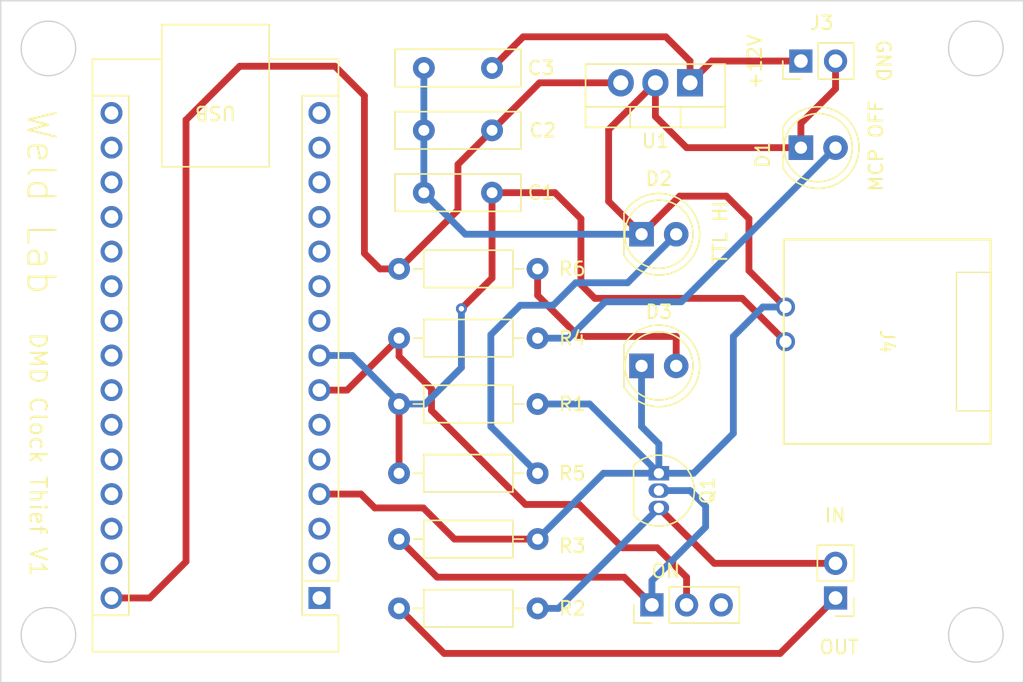
<source format=kicad_pcb>
(kicad_pcb (version 20221018) (generator pcbnew)
  (layers (0 "F.Cu" signal) (31 "B.Cu" signal) (34 "B.Paste" user) (35 "F.Paste" user) (36 "B.SilkS" user "B.Silkscreen") (37 "F.SilkS" user "F.Silkscreen") (38 "B.Mask" user) (39 "F.Mask" user) (44 "Edge.Cuts" user))
  (net 0 "")
  (net 4 "Earth")
  (net 7 "Net-(A1-D4)")
  (net 29 "Net-(A1-VIN)")
  (net 30 "Net-(Q1-G)")
  (net 31 "+12V")
  (net 32 "Net-(D1-A)")
  (net 33 "Net-(D2-A)")
  (net 34 "Net-(J2-Pin_1)")
  (net 35 "Net-(J2-Pin_2)")
  (net 37 "Net-(A1-D5)")
  (net 38 "Net-(D3-A)")
  (footprint "Capacitor_THT:C_Disc_D9.0mm_W2.5mm_P5.00mm" (layer "F.Cu") (at 122.214 58.42)
    (fp_text reference "C2" (at 8.716 0) (layer "F.SilkS"))
    (fp_text value ".1u")
    (fp_line (start -2.12 -1.37) (end -2.12 1.37) (stroke (width 0.12)) (layer "F.SilkS"))
    (fp_line (start -2.12 -1.37) (end 7.12 -1.37) (stroke (width 0.12)) (layer "F.SilkS"))
    (fp_line (start -2.12 1.37) (end 7.12 1.37) (stroke (width 0.12)) (layer "F.SilkS"))
    (fp_line (start 7.12 -1.37) (end 7.12 1.37) (stroke (width 0.12)) (layer "F.SilkS"))
    (pad "1" thru_hole circle (at 0 0) (size 1.6 1.6) (drill 0.8) (layers "*.Cu" "*.Mask") (net 4 "Earth"))
    (pad "2" thru_hole circle (at 5 0) (size 1.6 1.6) (drill 0.8) (layers "*.Cu" "*.Mask") (net 29 "Net-(A1-VIN)"))
  )
  (footprint "LED_THT:LED_D5.0mm" (layer "F.Cu") (at 138.176 75.692)
    (fp_text reference "D3" (at 1.27 -3.96) (layer "F.SilkS"))
    (fp_text value "POWER")
    (fp_line (start -1.29 -1.545) (end -1.29 1.545) (stroke (width 0.12)) (layer "F.SilkS"))
    (fp_arc (start -1.29 -1.54483) (mid 2.072002 -2.880433) (end 4.26 0.000462) (stroke (width 0.12)) (layer "F.SilkS"))
    (fp_arc (start 4.26 -0.000462) (mid 2.072002 2.880433) (end -1.29 1.54483) (stroke (width 0.12)) (layer "F.SilkS"))
    (fp_circle (center 1.27 0) (end 3.77 0) (stroke (width 0.12)) (fill none) (layer "F.SilkS"))
    (pad "1" thru_hole rect (at 0 0) (size 1.8 1.8) (drill 0.9) (layers "*.Cu" "*.Mask") (net 4 "Earth"))
    (pad "2" thru_hole circle (at 2.54 0) (size 1.8 1.8) (drill 0.9) (layers "*.Cu" "*.Mask") (net 38 "Net-(D3-A)"))
  )
  (footprint "LED_THT:LED_D5.0mm" (layer "F.Cu") (at 149.86 59.69)
    (fp_text reference "D1" (at -2.794 0.508 90) (layer "F.SilkS"))
    (fp_text value "LED" hide)
    (fp_line (start -1.29 -1.545) (end -1.29 1.545) (stroke (width 0.12)) (layer "F.SilkS"))
    (fp_arc (start -1.29 -1.54483) (mid 2.072002 -2.880433) (end 4.26 0.000462) (stroke (width 0.12)) (layer "F.SilkS"))
    (fp_arc (start 4.26 -0.000462) (mid 2.072002 2.880433) (end -1.29 1.54483) (stroke (width 0.12)) (layer "F.SilkS"))
    (fp_circle (center 1.27 0) (end 3.77 0) (stroke (width 0.12)) (fill none) (layer "F.SilkS"))
    (pad "1" thru_hole rect (at 0 0) (size 1.8 1.8) (drill 0.9) (layers "*.Cu" "*.Mask") (net 4 "Earth"))
    (pad "2" thru_hole circle (at 2.54 0) (size 1.8 1.8) (drill 0.9) (layers "*.Cu" "*.Mask") (net 32 "Net-(D1-A)"))
  )
  (footprint "Resistor_THT:R_Axial_DIN0207_L6.3mm_D2.5mm_P10.16mm_Horizontal" (layer "F.Cu") (at 120.396 73.66)
    (fp_text reference "R4" (at 12.7 0) (layer "F.SilkS"))
    (fp_text value "150")
    (fp_line (start 1.04 0) (end 1.81 0) (stroke (width 0.12)) (layer "F.SilkS"))
    (fp_line (start 1.81 -1.37) (end 1.81 1.37) (stroke (width 0.12)) (layer "F.SilkS"))
    (fp_line (start 1.81 1.37) (end 8.35 1.37) (stroke (width 0.12)) (layer "F.SilkS"))
    (fp_line (start 8.35 -1.37) (end 1.81 -1.37) (stroke (width 0.12)) (layer "F.SilkS"))
    (fp_line (start 8.35 1.37) (end 8.35 -1.37) (stroke (width 0.12)) (layer "F.SilkS"))
    (fp_line (start 9.12 0) (end 8.35 0) (stroke (width 0.12)) (layer "F.SilkS"))
    (pad "1" thru_hole circle (at 0 0) (size 1.6 1.6) (drill 0.8) (layers "*.Cu" "*.Mask") (net 7 "Net-(A1-D4)"))
    (pad "2" thru_hole oval (at 10.16 0) (size 1.6 1.6) (drill 0.8) (layers "*.Cu" "*.Mask") (net 32 "Net-(D1-A)"))
  )
  (footprint "Resistor_THT:R_Axial_DIN0207_L6.3mm_D2.5mm_P10.16mm_Horizontal" (layer "F.Cu") (at 120.396 88.392)
    (fp_text reference "R3" (at 12.7 0.508) (layer "F.SilkS"))
    (fp_text value "10k")
    (fp_line (start 1.04 0) (end 1.81 0) (stroke (width 0.12)) (layer "F.SilkS"))
    (fp_line (start 1.81 -1.37) (end 1.81 1.37) (stroke (width 0.12)) (layer "F.SilkS"))
    (fp_line (start 1.81 1.37) (end 8.35 1.37) (stroke (width 0.12)) (layer "F.SilkS"))
    (fp_line (start 8.35 -1.37) (end 1.81 -1.37) (stroke (width 0.12)) (layer "F.SilkS"))
    (fp_line (start 8.35 1.37) (end 8.35 -1.37) (stroke (width 0.12)) (layer "F.SilkS"))
    (fp_line (start 9.12 0) (end 8.35 0) (stroke (width 0.12)) (layer "F.SilkS"))
    (pad "1" thru_hole circle (at 0 0) (size 1.6 1.6) (drill 0.8) (layers "*.Cu" "*.Mask") (net 30 "Net-(Q1-G)"))
    (pad "2" thru_hole oval (at 10.16 0) (size 1.6 1.6) (drill 0.8) (layers "*.Cu" "*.Mask") (net 4 "Earth"))
  )
  (footprint "Connector_PinHeader_2.54mm:PinHeader_1x02_P2.54mm_Vertical" (layer "F.Cu") (at 149.86 53.34 90)
    (fp_text reference "J3" (at 2.794 1.524 180) (layer "F.SilkS"))
    (fp_text value "EVM J26" hide)
    (fp_line (start -1.33 -1.33) (end 0 -1.33) (stroke (width 0.12)) (layer "F.SilkS"))
    (fp_line (start -1.33 0) (end -1.33 -1.33) (stroke (width 0.12)) (layer "F.SilkS"))
    (fp_line (start -1.33 1.27) (end -1.33 3.87) (stroke (width 0.12)) (layer "F.SilkS"))
    (fp_line (start -1.33 1.27) (end 1.33 1.27) (stroke (width 0.12)) (layer "F.SilkS"))
    (fp_line (start -1.33 3.87) (end 1.33 3.87) (stroke (width 0.12)) (layer "F.SilkS"))
    (fp_line (start 1.33 1.27) (end 1.33 3.87) (stroke (width 0.12)) (layer "F.SilkS"))
    (pad "1" thru_hole rect (at 0 0 90) (size 1.7 1.7) (drill 1) (layers "*.Cu" "*.Mask") (net 31 "+12V"))
    (pad "2" thru_hole oval (at 0 2.54 90) (size 1.7 1.7) (drill 1) (layers "*.Cu" "*.Mask") (net 4 "Earth"))
  )
  (footprint "Resistor_THT:R_Axial_DIN0207_L6.3mm_D2.5mm_P10.16mm_Horizontal" (layer "F.Cu") (at 120.396 68.58)
    (fp_text reference "R6" (at 12.7 0) (layer "F.SilkS"))
    (fp_text value "150")
    (fp_line (start 1.04 0) (end 1.81 0) (stroke (width 0.12)) (layer "F.SilkS"))
    (fp_line (start 1.81 -1.37) (end 1.81 1.37) (stroke (width 0.12)) (layer "F.SilkS"))
    (fp_line (start 1.81 1.37) (end 8.35 1.37) (stroke (width 0.12)) (layer "F.SilkS"))
    (fp_line (start 8.35 -1.37) (end 1.81 -1.37) (stroke (width 0.12)) (layer "F.SilkS"))
    (fp_line (start 8.35 1.37) (end 8.35 -1.37) (stroke (width 0.12)) (layer "F.SilkS"))
    (fp_line (start 9.12 0) (end 8.35 0) (stroke (width 0.12)) (layer "F.SilkS"))
    (pad "1" thru_hole circle (at 0 0) (size 1.6 1.6) (drill 0.8) (layers "*.Cu" "*.Mask") (net 29 "Net-(A1-VIN)"))
    (pad "2" thru_hole oval (at 10.16 0) (size 1.6 1.6) (drill 0.8) (layers "*.Cu" "*.Mask") (net 38 "Net-(D3-A)"))
  )
  (footprint "UCSB_BNC:CONN_CONBN_LNX" (layer "F.Cu") (at 156.186 73.914 -90)
    (fp_text reference "J4" (at 0 0 -90 unlocked) (layer "F.SilkS"))
    (fp_text value "TTL IN")
    (fp_line (start -7.493 -7.5819) (end -7.493 7.5819) (stroke (width 0.1524)) (layer "F.SilkS"))
    (fp_line (start -7.493 7.5819) (end 7.493 7.5819) (stroke (width 0.1524)) (layer "F.SilkS"))
    (fp_line (start 7.493 -7.5819) (end -7.493 -7.5819) (stroke (width 0.1524)) (layer "F.SilkS"))
    (fp_line (start 7.493 7.5819) (end 7.493 -7.5819) (stroke (width 0.1524)) (layer "F.SilkS"))
    (fp_rect (start -5.08 -7.62) (end 5.08 -5.08) (stroke (width 0.1)) (fill none) (layer "F.SilkS"))
    (pad "" np_thru_hole circle (at -5.08 2.3749 270) (size 2.0066 2.0066) (drill 2.0066) (layers "*.Cu" "*.Mask"))
    (pad "" np_thru_hole circle (at 5.08 2.3749 270) (size 2.0066 2.0066) (drill 2.0066) (layers "*.Cu" "*.Mask"))
    (pad "1" thru_hole circle (at -2.54 7.4549 270) (size 1.397 1.397) (drill 0.889) (layers "*.Cu" "*.Mask") (net 4 "Earth"))
    (pad "2" thru_hole circle (at 0 7.4549 270) (size 1.397 1.397) (drill 0.889) (layers "*.Cu" "*.Mask") (net 37 "Net-(A1-D5)"))
  )
  (footprint "Capacitor_THT:C_Disc_D9.0mm_W2.5mm_P5.00mm" (layer "F.Cu") (at 122.214 53.848)
    (fp_text reference "C3" (at 8.596 0) (layer "F.SilkS"))
    (fp_text value ".22u")
    (fp_line (start -2.12 -1.37) (end -2.12 1.37) (stroke (width 0.12)) (layer "F.SilkS"))
    (fp_line (start -2.12 -1.37) (end 7.12 -1.37) (stroke (width 0.12)) (layer "F.SilkS"))
    (fp_line (start -2.12 1.37) (end 7.12 1.37) (stroke (width 0.12)) (layer "F.SilkS"))
    (fp_line (start 7.12 -1.37) (end 7.12 1.37) (stroke (width 0.12)) (layer "F.SilkS"))
    (pad "1" thru_hole circle (at 0 0) (size 1.6 1.6) (drill 0.8) (layers "*.Cu" "*.Mask") (net 4 "Earth"))
    (pad "2" thru_hole circle (at 5 0) (size 1.6 1.6) (drill 0.8) (layers "*.Cu" "*.Mask") (net 31 "+12V"))
  )
  (footprint "Package_TO_SOT_THT:TO-220-3_Vertical" (layer "F.Cu") (at 141.732 54.935 180)
    (fp_text reference "U1" (at 2.54 -4.27) (layer "F.SilkS"))
    (fp_text value "LM7805_TO220")
    (fp_line (start -2.58 -3.27) (end -2.58 1.371) (stroke (width 0.12)) (layer "F.SilkS"))
    (fp_line (start -2.58 -3.27) (end 7.66 -3.27) (stroke (width 0.12)) (layer "F.SilkS"))
    (fp_line (start -2.58 -1.76) (end 7.66 -1.76) (stroke (width 0.12)) (layer "F.SilkS"))
    (fp_line (start -2.58 1.371) (end 7.66 1.371) (stroke (width 0.12)) (layer "F.SilkS"))
    (fp_line (start 0.69 -3.27) (end 0.69 -1.76) (stroke (width 0.12)) (layer "F.SilkS"))
    (fp_line (start 4.391 -3.27) (end 4.391 -1.76) (stroke (width 0.12)) (layer "F.SilkS"))
    (fp_line (start 7.66 -3.27) (end 7.66 1.371) (stroke (width 0.12)) (layer "F.SilkS"))
    (pad "1" thru_hole rect (at 0 0 180) (size 1.905 2) (drill 1.1) (layers "*.Cu" "*.Mask") (net 31 "+12V"))
    (pad "2" thru_hole oval (at 2.54 0 180) (size 1.905 2) (drill 1.1) (layers "*.Cu" "*.Mask") (net 4 "Earth"))
    (pad "3" thru_hole oval (at 5.08 0 180) (size 1.905 2) (drill 1.1) (layers "*.Cu" "*.Mask") (net 29 "Net-(A1-VIN)"))
  )
  (footprint "LED_THT:LED_D5.0mm" (layer "F.Cu") (at 138.176 66.04)
    (fp_text reference "D2" (at 1.27 -4.064) (layer "F.SilkS"))
    (fp_text value "LED" hide)
    (fp_line (start -1.29 -1.545) (end -1.29 1.545) (stroke (width 0.12)) (layer "F.SilkS"))
    (fp_arc (start -1.29 -1.54483) (mid 2.072002 -2.880433) (end 4.26 0.000462) (stroke (width 0.12)) (layer "F.SilkS"))
    (fp_arc (start 4.26 -0.000462) (mid 2.072002 2.880433) (end -1.29 1.54483) (stroke (width 0.12)) (layer "F.SilkS"))
    (fp_circle (center 1.27 0) (end 3.77 0) (stroke (width 0.12)) (fill none) (layer "F.SilkS"))
    (pad "1" thru_hole rect (at 0 0) (size 1.8 1.8) (drill 0.9) (layers "*.Cu" "*.Mask") (net 4 "Earth"))
    (pad "2" thru_hole circle (at 2.54 0) (size 1.8 1.8) (drill 0.9) (layers "*.Cu" "*.Mask") (net 33 "Net-(D2-A)"))
  )
  (footprint "Package_TO_SOT_THT:TO-92_Inline" (layer "F.Cu") (at 139.446 83.566 -90)
    (fp_text reference "Q1" (at 1.27 -3.56 90) (layer "F.SilkS"))
    (fp_text value "2N7000")
    (fp_line (start -0.53 1.85) (end 3.07 1.85) (stroke (width 0.12)) (layer "F.SilkS"))
    (fp_arc (start -0.568478 1.838478) (mid -1.132087 -0.994977) (end 1.27 -2.6) (stroke (width 0.12)) (layer "F.SilkS"))
    (fp_arc (start 1.27 -2.6) (mid 3.672087 -0.994977) (end 3.108478 1.838478) (stroke (width 0.12)) (layer "F.SilkS"))
    (pad "1" thru_hole rect (at 0 0 270) (size 1.05 1.5) (drill 0.75) (layers "*.Cu" "*.Mask") (net 4 "Earth"))
    (pad "2" thru_hole oval (at 1.27 0 270) (size 1.05 1.5) (drill 0.75) (layers "*.Cu" "*.Mask") (net 30 "Net-(Q1-G)"))
    (pad "3" thru_hole oval (at 2.54 0 270) (size 1.05 1.5) (drill 0.75) (layers "*.Cu" "*.Mask") (net 35 "Net-(J2-Pin_2)"))
  )
  (footprint "Resistor_THT:R_Axial_DIN0207_L6.3mm_D2.5mm_P10.16mm_Horizontal" (layer "F.Cu") (at 130.556 78.486 180)
    (fp_text reference "R1" (at -2.54 0 180) (layer "F.SilkS"))
    (fp_text value "10k")
    (fp_line (start 1.04 0) (end 1.81 0) (stroke (width 0.12)) (layer "F.SilkS"))
    (fp_line (start 1.81 -1.37) (end 1.81 1.37) (stroke (width 0.12)) (layer "F.SilkS"))
    (fp_line (start 1.81 1.37) (end 8.35 1.37) (stroke (width 0.12)) (layer "F.SilkS"))
    (fp_line (start 8.35 -1.37) (end 1.81 -1.37) (stroke (width 0.12)) (layer "F.SilkS"))
    (fp_line (start 8.35 1.37) (end 8.35 -1.37) (stroke (width 0.12)) (layer "F.SilkS"))
    (fp_line (start 9.12 0) (end 8.35 0) (stroke (width 0.12)) (layer "F.SilkS"))
    (pad "1" thru_hole circle (at 0 0 180) (size 1.6 1.6) (drill 0.8) (layers "*.Cu" "*.Mask") (net 4 "Earth"))
    (pad "2" thru_hole oval (at 10.16 0 180) (size 1.6 1.6) (drill 0.8) (layers "*.Cu" "*.Mask") (net 37 "Net-(A1-D5)"))
  )
  (footprint "Connector_PinHeader_2.54mm:PinHeader_1x03_P2.54mm_Vertical" (layer "F.Cu") (at 138.938 93.218 90)
    (fp_text reference "SW1" hide)
    (fp_text value "SELECT")
    (fp_line (start -1.33 -1.33) (end 0 -1.33) (stroke (width 0.12)) (layer "F.SilkS"))
    (fp_line (start -1.33 0) (end -1.33 -1.33) (stroke (width 0.12)) (layer "F.SilkS"))
    (fp_line (start -1.33 1.27) (end -1.33 6.41) (stroke (width 0.12)) (layer "F.SilkS"))
    (fp_line (start -1.33 1.27) (end 1.33 1.27) (stroke (width 0.12)) (layer "F.SilkS"))
    (fp_line (start -1.33 6.41) (end 1.33 6.41) (stroke (width 0.12)) (layer "F.SilkS"))
    (fp_line (start 1.33 1.27) (end 1.33 6.41) (stroke (width 0.12)) (layer "F.SilkS"))
    (pad "1" thru_hole rect (at 0 0 90) (size 1.7 1.7) (drill 1) (layers "*.Cu" "*.Mask") (net 30 "Net-(Q1-G)"))
    (pad "2" thru_hole oval (at 0 2.54 90) (size 1.7 1.7) (drill 1) (layers "*.Cu" "*.Mask") (net 7 "Net-(A1-D4)"))
    (pad "3" thru_hole oval (at 0 5.08 90) (size 1.7 1.7) (drill 1) (layers "*.Cu" "*.Mask"))
  )
  (footprint "Connector_PinHeader_2.54mm:PinHeader_1x02_P2.54mm_Vertical" (layer "F.Cu") (at 152.4 92.71 180)
    (fp_text reference "J2" hide)
    (fp_text value "MCP IO")
    (fp_line (start -1.33 -1.33) (end 0 -1.33) (stroke (width 0.12)) (layer "F.SilkS"))
    (fp_line (start -1.33 0) (end -1.33 -1.33) (stroke (width 0.12)) (layer "F.SilkS"))
    (fp_line (start -1.33 1.27) (end -1.33 3.87) (stroke (width 0.12)) (layer "F.SilkS"))
    (fp_line (start -1.33 1.27) (end 1.33 1.27) (stroke (width 0.12)) (layer "F.SilkS"))
    (fp_line (start -1.33 3.87) (end 1.33 3.87) (stroke (width 0.12)) (layer "F.SilkS"))
    (fp_line (start 1.33 1.27) (end 1.33 3.87) (stroke (width 0.12)) (layer "F.SilkS"))
    (pad "1" thru_hole rect (at 0 0 180) (size 1.7 1.7) (drill 1) (layers "*.Cu" "*.Mask") (net 34 "Net-(J2-Pin_1)"))
    (pad "2" thru_hole oval (at 0 2.54 180) (size 1.7 1.7) (drill 1) (layers "*.Cu" "*.Mask") (net 35 "Net-(J2-Pin_2)"))
  )
  (footprint "Module:Arduino_Nano" (layer "F.Cu") (at 114.554 92.71 180)
    (fp_text reference "A1" hide)
    (fp_text value "Arduino_Nano_v3.x")
    (fp_text user "USB" (at 7.62 35.56 180 unlocked) (layer "F.SilkS"))
    (fp_line (start -1.4 -3.94) (end -1.4 -1.27) (stroke (width 0.12)) (layer "F.SilkS"))
    (fp_line (start -1.4 1.27) (end -1.4 39.5) (stroke (width 0.12)) (layer "F.SilkS"))
    (fp_line (start -1.4 39.5) (end 3.68 39.5) (stroke (width 0.12)) (layer "F.SilkS"))
    (fp_line (start 1.27 -1.27) (end -1.4 -1.27) (stroke (width 0.12)) (layer "F.SilkS"))
    (fp_line (start 1.27 1.27) (end -1.4 1.27) (stroke (width 0.12)) (layer "F.SilkS"))
    (fp_line (start 1.27 1.27) (end 1.27 -1.27) (stroke (width 0.12)) (layer "F.SilkS"))
    (fp_line (start 1.27 1.27) (end 1.27 36.83) (stroke (width 0.12)) (layer "F.SilkS"))
    (fp_line (start 1.27 36.83) (end -1.4 36.83) (stroke (width 0.12)) (layer "F.SilkS"))
    (fp_line (start 3.68 31.62) (end 11.56 31.62) (stroke (width 0.12)) (layer "F.SilkS"))
    (fp_line (start 3.68 42.04) (end 3.68 31.62) (stroke (width 0.12)) (layer "F.SilkS"))
    (fp_line (start 11.56 31.62) (end 11.56 42.04) (stroke (width 0.12)) (layer "F.SilkS"))
    (fp_line (start 11.56 42.04) (end 3.68 42.04) (stroke (width 0.12)) (layer "F.SilkS"))
    (fp_line (start 13.97 -1.27) (end 13.97 36.83) (stroke (width 0.12)) (layer "F.SilkS"))
    (fp_line (start 13.97 -1.27) (end 16.64 -1.27) (stroke (width 0.12)) (layer "F.SilkS"))
    (fp_line (start 13.97 36.83) (end 16.64 36.83) (stroke (width 0.12)) (layer "F.SilkS"))
    (fp_line (start 16.64 -3.94) (end -1.4 -3.94) (stroke (width 0.12)) (layer "F.SilkS"))
    (fp_line (start 16.64 39.5) (end 11.56 39.5) (stroke (width 0.12)) (layer "F.SilkS"))
    (fp_line (start 16.64 39.5) (end 16.64 -3.94) (stroke (width 0.12)) (layer "F.SilkS"))
    (pad "1" thru_hole rect (at 0 0 180) (size 1.6 1.6) (drill 1) (layers "*.Cu" "*.Mask"))
    (pad "2" thru_hole oval (at 0 2.54 180) (size 1.6 1.6) (drill 1) (layers "*.Cu" "*.Mask"))
    (pad "3" thru_hole oval (at 0 5.08 180) (size 1.6 1.6) (drill 1) (layers "*.Cu" "*.Mask"))
    (pad "4" thru_hole oval (at 0 7.62 180) (size 1.6 1.6) (drill 1) (layers "*.Cu" "*.Mask") (net 4 "Earth"))
    (pad "5" thru_hole oval (at 0 10.16 180) (size 1.6 1.6) (drill 1) (layers "*.Cu" "*.Mask"))
    (pad "6" thru_hole oval (at 0 12.7 180) (size 1.6 1.6) (drill 1) (layers "*.Cu" "*.Mask"))
    (pad "7" thru_hole oval (at 0 15.24 180) (size 1.6 1.6) (drill 1) (layers "*.Cu" "*.Mask") (net 7 "Net-(A1-D4)"))
    (pad "8" thru_hole oval (at 0 17.78 180) (size 1.6 1.6) (drill 1) (layers "*.Cu" "*.Mask") (net 37 "Net-(A1-D5)"))
    (pad "9" thru_hole oval (at 0 20.32 180) (size 1.6 1.6) (drill 1) (layers "*.Cu" "*.Mask"))
    (pad "10" thru_hole oval (at 0 22.86 180) (size 1.6 1.6) (drill 1) (layers "*.Cu" "*.Mask"))
    (pad "11" thru_hole oval (at 0 25.4 180) (size 1.6 1.6) (drill 1) (layers "*.Cu" "*.Mask"))
    (pad "12" thru_hole oval (at 0 27.94 180) (size 1.6 1.6) (drill 1) (layers "*.Cu" "*.Mask"))
    (pad "13" thru_hole oval (at 0 30.48 180) (size 1.6 1.6) (drill 1) (layers "*.Cu" "*.Mask"))
    (pad "14" thru_hole oval (at 0 33.02 180) (size 1.6 1.6) (drill 1) (layers "*.Cu" "*.Mask"))
    (pad "15" thru_hole oval (at 0 35.56 180) (size 1.6 1.6) (drill 1) (layers "*.Cu" "*.Mask"))
    (pad "16" thru_hole oval (at 15.24 35.56 180) (size 1.6 1.6) (drill 1) (layers "*.Cu" "*.Mask"))
    (pad "17" thru_hole oval (at 15.24 33.02 180) (size 1.6 1.6) (drill 1) (layers "*.Cu" "*.Mask"))
    (pad "18" thru_hole oval (at 15.24 30.48 180) (size 1.6 1.6) (drill 1) (layers "*.Cu" "*.Mask"))
    (pad "19" thru_hole oval (at 15.24 27.94 180) (size 1.6 1.6) (drill 1) (layers "*.Cu" "*.Mask"))
    (pad "20" thru_hole oval (at 15.24 25.4 180) (size 1.6 1.6) (drill 1) (layers "*.Cu" "*.Mask"))
    (pad "21" thru_hole oval (at 15.24 22.86 180) (size 1.6 1.6) (drill 1) (layers "*.Cu" "*.Mask"))
    (pad "22" thru_hole oval (at 15.24 20.32 180) (size 1.6 1.6) (drill 1) (layers "*.Cu" "*.Mask"))
    (pad "23" thru_hole oval (at 15.24 17.78 180) (size 1.6 1.6) (drill 1) (layers "*.Cu" "*.Mask"))
    (pad "24" thru_hole oval (at 15.24 15.24 180) (size 1.6 1.6) (drill 1) (layers "*.Cu" "*.Mask"))
    (pad "25" thru_hole oval (at 15.24 12.7 180) (size 1.6 1.6) (drill 1) (layers "*.Cu" "*.Mask"))
    (pad "26" thru_hole oval (at 15.24 10.16 180) (size 1.6 1.6) (drill 1) (layers "*.Cu" "*.Mask"))
    (pad "27" thru_hole oval (at 15.24 7.62 180) (size 1.6 1.6) (drill 1) (layers "*.Cu" "*.Mask"))
    (pad "28" thru_hole oval (at 15.24 5.08 180) (size 1.6 1.6) (drill 1) (layers "*.Cu" "*.Mask"))
    (pad "29" thru_hole oval (at 15.24 2.54 180) (size 1.6 1.6) (drill 1) (layers "*.Cu" "*.Mask"))
    (pad "30" thru_hole oval (at 15.24 0 180) (size 1.6 1.6) (drill 1) (layers "*.Cu" "*.Mask") (net 29 "Net-(A1-VIN)"))
  )
  (footprint "Capacitor_THT:C_Disc_D9.0mm_W2.5mm_P5.00mm" (layer "F.Cu") (at 127.214 62.992 180)
    (fp_text reference "C1" (at -3.596 0) (layer "F.SilkS"))
    (fp_text value ".22u")
    (fp_line (start -2.12 -1.37) (end -2.12 1.37) (stroke (width 0.12)) (layer "F.SilkS"))
    (fp_line (start -2.12 -1.37) (end 7.12 -1.37) (stroke (width 0.12)) (layer "F.SilkS"))
    (fp_line (start -2.12 1.37) (end 7.12 1.37) (stroke (width 0.12)) (layer "F.SilkS"))
    (fp_line (start 7.12 -1.37) (end 7.12 1.37) (stroke (width 0.12)) (layer "F.SilkS"))
    (pad "1" thru_hole circle (at 0 0 180) (size 1.6 1.6) (drill 0.8) (layers "*.Cu" "*.Mask") (net 37 "Net-(A1-D5)"))
    (pad "2" thru_hole circle (at 5 0 180) (size 1.6 1.6) (drill 0.8) (layers "*.Cu" "*.Mask") (net 4 "Earth"))
  )
  (footprint "Resistor_THT:R_Axial_DIN0207_L6.3mm_D2.5mm_P10.16mm_Horizontal" (layer "F.Cu") (at 120.396 93.472)
    (fp_text reference "R2" (at 12.7 0) (layer "F.SilkS"))
    (fp_text value "150")
    (fp_line (start 1.04 0) (end 1.81 0) (stroke (width 0.12)) (layer "F.SilkS"))
    (fp_line (start 1.81 -1.37) (end 1.81 1.37) (stroke (width 0.12)) (layer "F.SilkS"))
    (fp_line (start 1.81 1.37) (end 8.35 1.37) (stroke (width 0.12)) (layer "F.SilkS"))
    (fp_line (start 8.35 -1.37) (end 1.81 -1.37) (stroke (width 0.12)) (layer "F.SilkS"))
    (fp_line (start 8.35 1.37) (end 8.35 -1.37) (stroke (width 0.12)) (layer "F.SilkS"))
    (fp_line (start 9.12 0) (end 8.35 0) (stroke (width 0.12)) (layer "F.SilkS"))
    (pad "1" thru_hole circle (at 0 0) (size 1.6 1.6) (drill 0.8) (layers "*.Cu" "*.Mask") (net 34 "Net-(J2-Pin_1)"))
    (pad "2" thru_hole oval (at 10.16 0) (size 1.6 1.6) (drill 0.8) (layers "*.Cu" "*.Mask") (net 35 "Net-(J2-Pin_2)"))
  )
  (footprint "Resistor_THT:R_Axial_DIN0207_L6.3mm_D2.5mm_P10.16mm_Horizontal" (layer "F.Cu") (at 120.396 83.566)
    (fp_text reference "R5" (at 12.7 0) (layer "F.SilkS"))
    (fp_text value "150")
    (fp_line (start 1.04 0) (end 1.81 0) (stroke (width 0.12)) (layer "F.SilkS"))
    (fp_line (start 1.81 -1.37) (end 1.81 1.37) (stroke (width 0.12)) (layer "F.SilkS"))
    (fp_line (start 1.81 1.37) (end 8.35 1.37) (stroke (width 0.12)) (layer "F.SilkS"))
    (fp_line (start 8.35 -1.37) (end 1.81 -1.37) (stroke (width 0.12)) (layer "F.SilkS"))
    (fp_line (start 8.35 1.37) (end 8.35 -1.37) (stroke (width 0.12)) (layer "F.SilkS"))
    (fp_line (start 9.12 0) (end 8.35 0) (stroke (width 0.12)) (layer "F.SilkS"))
    (pad "1" thru_hole circle (at 0 0) (size 1.6 1.6) (drill 0.8) (layers "*.Cu" "*.Mask") (net 37 "Net-(A1-D5)"))
    (pad "2" thru_hole oval (at 10.16 0) (size 1.6 1.6) (drill 0.8) (layers "*.Cu" "*.Mask") (net 33 "Net-(D2-A)"))
  )
  (gr_circle (center 94.686 52.414) (end 96.686 52.414) (stroke (width 0.1)) (fill none) (layer "Edge.Cuts"))
  (gr_circle (center 162.686 95.414) (end 164.686 95.414) (stroke (width 0.1)) (fill none) (layer "Edge.Cuts"))
  (gr_circle (center 162.686 52.414) (end 164.686 52.414) (stroke (width 0.1)) (fill none) (layer "Edge.Cuts"))
  (gr_circle (center 94.686 95.414) (end 96.686 95.414) (stroke (width 0.1)) (fill none) (layer "Edge.Cuts"))
  (gr_rect (start 91.186 48.914) (end 166.186 98.914) (stroke (width 0.1)) (fill none) (layer "Edge.Cuts"))
  (gr_text "MCP OFF" (at 155.956 62.992 90) (layer "F.SilkS") (effects (font (size 1 1)) (justify left bottom)))
  (gr_text "+12V" (at 147.066 55.499 90) (layer "F.SilkS") (effects (font (size 1 1)) (justify left bottom)))
  (gr_text "IN" (at 151.511 87.249) (layer "F.SilkS") (effects (font (size 1 1)) (justify left bottom)))
  (gr_text "OUT" (at 151.13 96.901) (layer "F.SilkS") (effects (font (size 1 1)) (justify left bottom)))
  (gr_text "ON" (at 138.811 91.313) (layer "F.SilkS") (effects (font (size 1 1)) (justify left bottom)))
  (gr_text "TTL HI" (at 144.526 68.326 90) (layer "F.SilkS") (effects (font (size 1 1)) (justify left bottom)))
  (gr_text "DMD Clock Thief V1" (at 93.218 73.152 270) (layer "F.SilkS") (effects (font (size 1.2 1.2)) (justify left bottom)))
  (gr_text "GND" (at 155.321 51.689 -90) (layer "F.SilkS") (effects (font (size 1 1)) (justify left bottom)))
  (gr_text "Weld Lab" (at 92.964 56.769 270) (layer "F.SilkS") (effects (font (size 2 2)) (justify left bottom)))
  (segment (start 144.399 63.246) (end 146.05 64.897) (width 0.5) (layer "F.Cu") (net 4))
  (segment (start 138.176 66.04) (end 140.97 63.246) (width 0.5) (layer "F.Cu") (net 4))
  (segment (start 118.618 86.106) (end 117.602 85.09) (width 0.5) (layer "F.Cu") (net 4))
  (segment (start 139.192 57.404) (end 139.192 54.935) (width 0.5) (layer "F.Cu") (net 4))
  (segment (start 152.4 53.34) (end 152.4 55.372) (width 0.5) (layer "F.Cu") (net 4))
  (segment (start 146.05 64.897) (end 146.05 68.707) (width 0.5) (layer "F.Cu") (net 4))
  (segment (start 141.478 59.69) (end 139.192 57.404) (width 0.5) (layer "F.Cu") (net 4))
  (segment (start 149.86 59.69) (end 141.478 59.69) (width 0.5) (layer "F.Cu") (net 4))
  (segment (start 117.602 85.09) (end 114.554 85.09) (width 0.5) (layer "F.Cu") (net 4))
  (segment (start 140.97 63.246) (end 144.399 63.246) (width 0.5) (layer "F.Cu") (net 4))
  (segment (start 135.763 58.364) (end 135.763 63.627) (width 0.5) (layer "F.Cu") (net 4))
  (segment (start 124.46 88.392) (end 122.174 86.106) (width 0.5) (layer "F.Cu") (net 4))
  (segment (start 122.174 86.106) (end 118.618 86.106) (width 0.5) (layer "F.Cu") (net 4))
  (segment (start 148.717 71.374) (end 148.7311 71.374) (width 0.25) (layer "F.Cu") (net 4))
  (segment (start 152.4 55.372) (end 149.86 57.912) (width 0.5) (layer "F.Cu") (net 4))
  (segment (start 139.192 54.935) (end 135.763 58.364) (width 0.5) (layer "F.Cu") (net 4))
  (segment (start 130.556 88.392) (end 124.46 88.392) (width 0.5) (layer "F.Cu") (net 4))
  (segment (start 146.05 68.707) (end 148.717 71.374) (width 0.5) (layer "F.Cu") (net 4))
  (segment (start 135.763 63.627) (end 138.176 66.04) (width 0.5) (layer "F.Cu") (net 4))
  (segment (start 149.86 57.912) (end 149.86 59.69) (width 0.5) (layer "F.Cu") (net 4))
  (segment (start 125.262 66.04) (end 138.176 66.04) (width 0.5) (layer "B.Cu") (net 4))
  (segment (start 122.174 62.865) (end 122.214 62.825) (width 0.25) (layer "B.Cu") (net 4))
  (segment (start 122.214 62.992) (end 125.262 66.04) (width 0.5) (layer "B.Cu") (net 4))
  (segment (start 122.214 62.905) (end 122.174 62.865) (width 0.25) (layer "B.Cu") (net 4))
  (segment (start 130.556 88.392) (end 135.382 83.566) (width 0.5) (layer "B.Cu") (net 4))
  (segment (start 122.214 62.825) (end 122.214 58.42) (width 0.5) (layer "B.Cu") (net 4))
  (segment (start 144.907 80.645) (end 144.907 73.533) (width 0.5) (layer "B.Cu") (net 4))
  (segment (start 144.907 73.533) (end 147.066 71.374) (width 0.5) (layer "B.Cu") (net 4))
  (segment (start 139.446 83.566) (end 139.446 81.407) (width 0.5) (layer "B.Cu") (net 4))
  (segment (start 139.446 83.566) (end 141.986 83.566) (width 0.5) (layer "B.Cu") (net 4))
  (segment (start 135.382 83.566) (end 139.446 83.566) (width 0.5) (layer "B.Cu") (net 4))
  (segment (start 141.986 83.566) (end 144.907 80.645) (width 0.5) (layer "B.Cu") (net 4))
  (segment (start 139.446 81.407) (end 138.176 80.137) (width 0.5) (layer "B.Cu") (net 4))
  (segment (start 122.214 62.992) (end 122.214 62.905) (width 0.25) (layer "B.Cu") (net 4))
  (segment (start 134.366 78.486) (end 139.446 83.566) (width 0.5) (layer "B.Cu") (net 4))
  (segment (start 147.066 71.374) (end 148.7311 71.374) (width 0.5) (layer "B.Cu") (net 4))
  (segment (start 122.214 58.42) (end 122.214 53.848) (width 0.5) (layer "B.Cu") (net 4))
  (segment (start 130.556 78.486) (end 134.366 78.486) (width 0.5) (layer "B.Cu") (net 4))
  (segment (start 138.176 80.137) (end 138.176 75.692) (width 0.5) (layer "B.Cu") (net 4))
  (segment (start 116.586 77.47) (end 114.554 77.47) (width 0.5) (layer "F.Cu") (net 7))
  (segment (start 122.775504 77.376496) (end 120.396 74.996991) (width 0.5) (layer "F.Cu") (net 7))
  (segment (start 136.779 89.027) (end 133.604 85.852) (width 0.5) (layer "F.Cu") (net 7))
  (segment (start 122.775504 78.960504) (end 122.775504 77.376496) (width 0.5) (layer "F.Cu") (net 7))
  (segment (start 133.604 85.852) (end 129.667 85.852) (width 0.5) (layer "F.Cu") (net 7))
  (segment (start 139.319 89.027) (end 136.779 89.027) (width 0.5) (layer "F.Cu") (net 7))
  (segment (start 141.478 93.218) (end 141.478 91.186) (width 0.5) (layer "F.Cu") (net 7))
  (segment (start 129.667 85.852) (end 122.775504 78.960504) (width 0.5) (layer "F.Cu") (net 7))
  (segment (start 120.396 73.66) (end 116.586 77.47) (width 0.5) (layer "F.Cu") (net 7))
  (segment (start 141.478 91.186) (end 139.319 89.027) (width 0.5) (layer "F.Cu") (net 7))
  (segment (start 120.396 74.996991) (end 120.396 73.66) (width 0.5) (layer "F.Cu") (net 7))
  (segment (start 136.652 54.935) (end 130.699 54.935) (width 0.5) (layer "F.Cu") (net 29))
  (segment (start 104.775 57.658) (end 104.775 90.043) (width 0.5) (layer "F.Cu") (net 29))
  (segment (start 124.714 64.262) (end 120.396 68.58) (width 0.5) (layer "F.Cu") (net 29))
  (segment (start 115.697 53.721) (end 108.712 53.721) (width 0.5) (layer "F.Cu") (net 29))
  (segment (start 127.214 58.42) (end 124.714 60.92) (width 0.5) (layer "F.Cu") (net 29))
  (segment (start 117.856 55.88) (end 115.697 53.721) (width 0.5) (layer "F.Cu") (net 29))
  (segment (start 108.712 53.721) (end 104.775 57.658) (width 0.5) (layer "F.Cu") (net 29))
  (segment (start 118.999 68.58) (end 120.396 68.58) (width 0.5) (layer "F.Cu") (net 29))
  (segment (start 124.714 60.92) (end 124.714 64.262) (width 0.5) (layer "F.Cu") (net 29))
  (segment (start 117.856 67.437) (end 117.856 55.88) (width 0.5) (layer "F.Cu") (net 29))
  (segment (start 104.775 90.043) (end 102.108 92.71) (width 0.5) (layer "F.Cu") (net 29))
  (segment (start 118.999 68.58) (end 117.856 67.437) (width 0.5) (layer "F.Cu") (net 29))
  (segment (start 130.699 54.935) (end 127.214 58.42) (width 0.5) (layer "F.Cu") (net 29))
  (segment (start 102.108 92.71) (end 99.314 92.71) (width 0.5) (layer "F.Cu") (net 29))
  (segment (start 123.19 91.186) (end 120.396 88.392) (width 0.5) (layer "F.Cu") (net 30))
  (segment (start 138.938 93.218) (end 136.906 91.186) (width 0.5) (layer "F.Cu") (net 30))
  (segment (start 136.906 91.186) (end 123.19 91.186) (width 0.5) (layer "F.Cu") (net 30))
  (segment (start 138.938 91.44) (end 142.875 87.503) (width 0.5) (layer "B.Cu") (net 30))
  (segment (start 139.446 84.836) (end 141.732 84.836) (width 0.5) (layer "B.Cu") (net 30))
  (segment (start 142.875 87.503) (end 142.875 85.979) (width 0.5) (layer "B.Cu") (net 30))
  (segment (start 142.875 85.979) (end 141.732 84.836) (width 0.5) (layer "B.Cu") (net 30))
  (segment (start 138.938 93.218) (end 138.938 91.44) (width 0.5) (layer "B.Cu") (net 30))
  (segment (start 127.214 53.848) (end 129.5 51.562) (width 0.5) (layer "F.Cu") (net 31))
  (segment (start 141.732 53.34) (end 141.732 54.935) (width 0.5) (layer "F.Cu") (net 31))
  (segment (start 149.86 53.34) (end 143.327 53.34) (width 0.5) (layer "F.Cu") (net 31))
  (segment (start 129.5 51.562) (end 139.954 51.562) (width 0.5) (layer "F.Cu") (net 31))
  (segment (start 143.327 53.34) (end 141.732 54.935) (width 0.5) (layer "F.Cu") (net 31))
  (segment (start 139.954 51.562) (end 141.732 53.34) (width 0.5) (layer "F.Cu") (net 31))
  (segment (start 141.097 70.993) (end 141.1605 70.9295) (width 0.25) (layer "B.Cu") (net 32))
  (segment (start 135.509 70.993) (end 141.097 70.993) (width 0.5) (layer "B.Cu") (net 32))
  (segment (start 132.842 73.66) (end 135.509 70.993) (width 0.5) (layer "B.Cu") (net 32))
  (segment (start 152.4 59.69) (end 141.1605 70.9295) (width 0.5) (layer "B.Cu") (net 32))
  (segment (start 130.556 73.66) (end 132.842 73.66) (width 0.5) (layer "B.Cu") (net 32))
  (segment (start 140.716 66.04) (end 137.16 69.596) (width 0.5) (layer "B.Cu") (net 33))
  (segment (start 129.286 71.247) (end 127.127 73.406) (width 0.5) (layer "B.Cu") (net 33))
  (segment (start 127.127 73.406) (end 127.127 80.137) (width 0.5) (layer "B.Cu") (net 33))
  (segment (start 137.16 69.596) (end 133.35 69.596) (width 0.5) (layer "B.Cu") (net 33))
  (segment (start 131.699 71.247) (end 129.286 71.247) (width 0.5) (layer "B.Cu") (net 33))
  (segment (start 127.127 80.137) (end 130.556 83.566) (width 0.5) (layer "B.Cu") (net 33))
  (segment (start 133.35 69.596) (end 131.699 71.247) (width 0.5) (layer "B.Cu") (net 33))
  (segment (start 123.698 96.774) (end 120.396 93.472) (width 0.5) (layer "F.Cu") (net 34))
  (segment (start 148.336 96.774) (end 123.698 96.774) (width 0.5) (layer "F.Cu") (net 34))
  (segment (start 152.4 92.71) (end 148.336 96.774) (width 0.5) (layer "F.Cu") (net 34))
  (segment (start 152.4 90.17) (end 143.51 90.17) (width 0.5) (layer "F.Cu") (net 35))
  (segment (start 143.51 90.17) (end 139.446 86.106) (width 0.5) (layer "F.Cu") (net 35))
  (segment (start 132.08 93.472) (end 139.446 86.106) (width 0.5) (layer "B.Cu") (net 35))
  (segment (start 130.556 93.472) (end 132.08 93.472) (width 0.5) (layer "B.Cu") (net 35))
  (segment (start 127.214 69.255) (end 124.968 71.501) (width 0.5) (layer "F.Cu") (net 37))
  (segment (start 148.7311 73.914) (end 145.5561 70.739) (width 0.5) (layer "F.Cu") (net 37))
  (segment (start 131.826 62.992) (end 127.214 62.992) (width 0.5) (layer "F.Cu") (net 37))
  (segment (start 133.731 69.723) (end 133.731 64.897) (width 0.5) (layer "F.Cu") (net 37))
  (segment (start 134.747 70.739) (end 133.731 69.723) (width 0.5) (layer "F.Cu") (net 37))
  (segment (start 133.731 64.897) (end 131.826 62.992) (width 0.5) (layer "F.Cu") (net 37))
  (segment (start 127.214 62.992) (end 127.214 69.255) (width 0.5) (layer "F.Cu") (net 37))
  (segment (start 120.396 83.566) (end 120.396 78.486) (width 0.5) (layer "F.Cu") (net 37))
  (segment (start 145.5561 70.739) (end 134.747 70.739) (width 0.5) (layer "F.Cu") (net 37))
  (via (at 124.968 71.501) (size 0.8) (drill 0.4) (layers "F.Cu" "B.Cu") (net 37))
  (segment (start 124.968 71.501) (end 124.968 75.819) (width 0.5) (layer "B.Cu") (net 37))
  (segment (start 124.968 75.819) (end 122.301 78.486) (width 0.5) (layer "B.Cu") (net 37))
  (segment (start 122.301 78.486) (end 120.396 78.486) (width 0.5) (layer "B.Cu") (net 37))
  (segment (start 120.396 78.359) (end 116.967 74.93) (width 0.5) (layer "B.Cu") (net 37))
  (segment (start 116.967 74.93) (end 114.554 74.93) (width 0.5) (layer "B.Cu") (net 37))
  (segment (start 120.396 78.486) (end 120.396 78.359) (width 0.25) (layer "B.Cu") (net 37))
  (segment (start 140.716 75.692) (end 140.716 73.533) (width 0.5) (layer "F.Cu") (net 38))
  (segment (start 130.556 68.58) (end 130.556 70.522) (width 0.5) (layer "F.Cu") (net 38))
  (segment (start 133.567 73.533) (end 140.716 73.533) (width 0.5) (layer "F.Cu") (net 38))
  (segment (start 130.556 70.522) (end 133.567 73.533) (width 0.5) (layer "F.Cu") (net 38))
)
</source>
